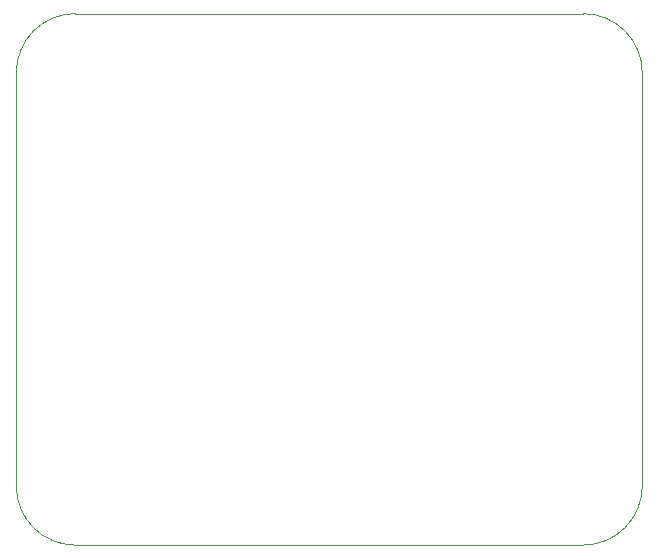
<source format=gbr>
%TF.GenerationSoftware,KiCad,Pcbnew,7.0.7*%
%TF.CreationDate,2023-10-16T17:07:58+03:00*%
%TF.ProjectId,custom_stm_design,63757374-6f6d-45f7-9374-6d5f64657369,rev?*%
%TF.SameCoordinates,Original*%
%TF.FileFunction,Profile,NP*%
%FSLAX46Y46*%
G04 Gerber Fmt 4.6, Leading zero omitted, Abs format (unit mm)*
G04 Created by KiCad (PCBNEW 7.0.7) date 2023-10-16 17:07:58*
%MOMM*%
%LPD*%
G01*
G04 APERTURE LIST*
%TA.AperFunction,Profile*%
%ADD10C,0.100000*%
%TD*%
G04 APERTURE END LIST*
D10*
X80000000Y-106000000D02*
G75*
G03*
X85000000Y-111000000I5000000J0D01*
G01*
X133000000Y-106000000D02*
X133000000Y-71000000D01*
X128000000Y-111000000D02*
G75*
G03*
X133000000Y-106000000I0J5000000D01*
G01*
X85000000Y-66000000D02*
G75*
G03*
X80000000Y-71000000I0J-5000000D01*
G01*
X128000000Y-66000000D02*
X85000000Y-66000000D01*
X133000000Y-71000000D02*
G75*
G03*
X128000000Y-66000000I-5000000J0D01*
G01*
X80000000Y-71000000D02*
X80000000Y-106000000D01*
X128000000Y-111000000D02*
X85000000Y-111000000D01*
M02*

</source>
